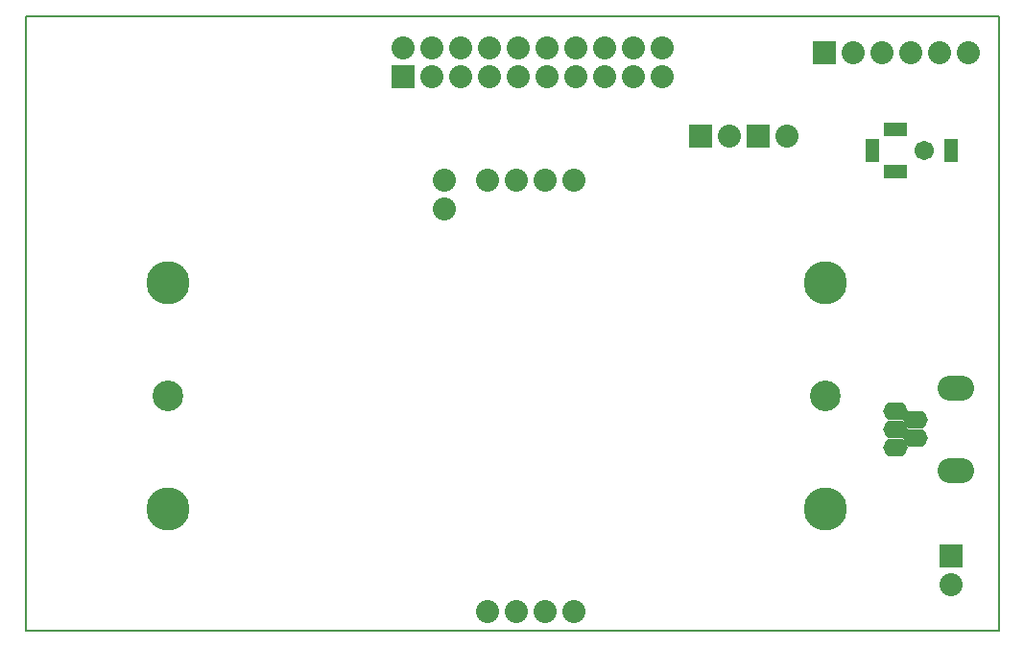
<source format=gbs>
G04 (created by PCBNEW-RS274X (2011-06-08)-testing) date Fr 01 Jul 2011 23:29:28 CEST*
G01*
G70*
G90*
%MOIN*%
G04 Gerber Fmt 3.4, Leading zero omitted, Abs format*
%FSLAX34Y34*%
G04 APERTURE LIST*
%ADD10C,0.006000*%
%ADD11C,0.008000*%
%ADD12R,0.080000X0.080000*%
%ADD13C,0.080000*%
%ADD14C,0.106600*%
%ADD15C,0.149900*%
%ADD16C,0.067200*%
%ADD17R,0.047600X0.079100*%
%ADD18R,0.079100X0.047600*%
%ADD19O,0.126300X0.086900*%
%ADD20O,0.085000X0.063300*%
G04 APERTURE END LIST*
G54D10*
G54D11*
X14450Y-56300D02*
X14450Y-34950D01*
X48250Y-56300D02*
X14450Y-56300D01*
X48250Y-34950D02*
X48250Y-56300D01*
X15250Y-34950D02*
X48250Y-34950D01*
X14450Y-34950D02*
X15250Y-34950D01*
G54D12*
X27550Y-37050D03*
G54D13*
X27550Y-36050D03*
X28550Y-37050D03*
X28550Y-36050D03*
X29550Y-37050D03*
X29550Y-36050D03*
X30550Y-37050D03*
X30550Y-36050D03*
X31550Y-37050D03*
X31550Y-36050D03*
X32550Y-37050D03*
X32550Y-36050D03*
X33550Y-37050D03*
X33550Y-36050D03*
X34550Y-37050D03*
X34550Y-36050D03*
X35550Y-37050D03*
X35550Y-36050D03*
X36550Y-37050D03*
X36550Y-36050D03*
G54D12*
X37900Y-39100D03*
G54D13*
X38900Y-39100D03*
G54D12*
X39900Y-39100D03*
G54D13*
X40900Y-39100D03*
G54D12*
X46600Y-53700D03*
G54D13*
X46600Y-54700D03*
G54D12*
X42200Y-36200D03*
G54D13*
X43200Y-36200D03*
X44200Y-36200D03*
X45200Y-36200D03*
X46200Y-36200D03*
X47200Y-36200D03*
G54D14*
X19383Y-48150D03*
X42217Y-48150D03*
G54D15*
X19383Y-52087D03*
X19383Y-44213D03*
X42217Y-52087D03*
X42217Y-44213D03*
G54D13*
X33509Y-55650D03*
X32509Y-55650D03*
X31509Y-55650D03*
X30509Y-55650D03*
X33509Y-40650D03*
X32509Y-40650D03*
X31509Y-40650D03*
X30509Y-40650D03*
X29009Y-40650D03*
X29009Y-41650D03*
G54D16*
X45650Y-39600D03*
G54D17*
X46595Y-39600D03*
G54D18*
X44666Y-40328D03*
X44666Y-38872D03*
G54D17*
X43878Y-39600D03*
G54D19*
X46761Y-50737D03*
X46761Y-47863D03*
G54D20*
X44665Y-49930D03*
X44665Y-49300D03*
X44665Y-48670D03*
X45353Y-49615D03*
X45353Y-48985D03*
M02*

</source>
